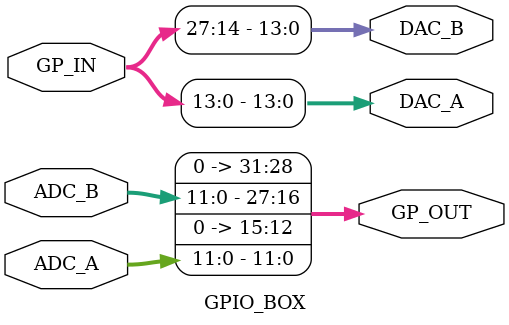
<source format=v>
module GPIO_BOX
#(
	parameter GPIO_WIDTH = 32,
	parameter ADC_WIDTH = 12,
	parameter DAC_WIDTH = 14
)
(
	input [GPIO_WIDTH - 1:0] GP_IN,
	input [ADC_WIDTH - 1:0] ADC_A,
	input [ADC_WIDTH - 1:0] ADC_B,
	output [GPIO_WIDTH - 1:0] GP_OUT,
	output [DAC_WIDTH - 1:0] DAC_A,
	output [DAC_WIDTH - 1:0] DAC_B
);

	assign GP_OUT = {4'b0000, ADC_B, 4'b0000, ADC_A};
	assign DAC_A = GP_IN[DAC_WIDTH - 1:0];
	assign DAC_B = GP_IN[DAC_WIDTH + DAC_WIDTH - 1: DAC_WIDTH];
endmodule

</source>
